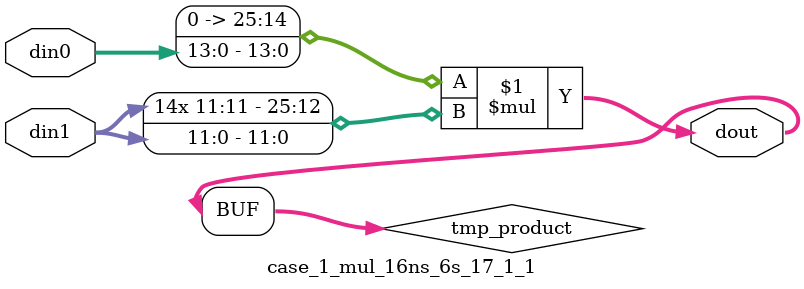
<source format=v>

`timescale 1 ns / 1 ps

 (* use_dsp = "no" *)  module case_1_mul_16ns_6s_17_1_1(din0, din1, dout);
parameter ID = 1;
parameter NUM_STAGE = 0;
parameter din0_WIDTH = 14;
parameter din1_WIDTH = 12;
parameter dout_WIDTH = 26;

input [din0_WIDTH - 1 : 0] din0; 
input [din1_WIDTH - 1 : 0] din1; 
output [dout_WIDTH - 1 : 0] dout;

wire signed [dout_WIDTH - 1 : 0] tmp_product;

























assign tmp_product = $signed({1'b0, din0}) * $signed(din1);










assign dout = tmp_product;





















endmodule

</source>
